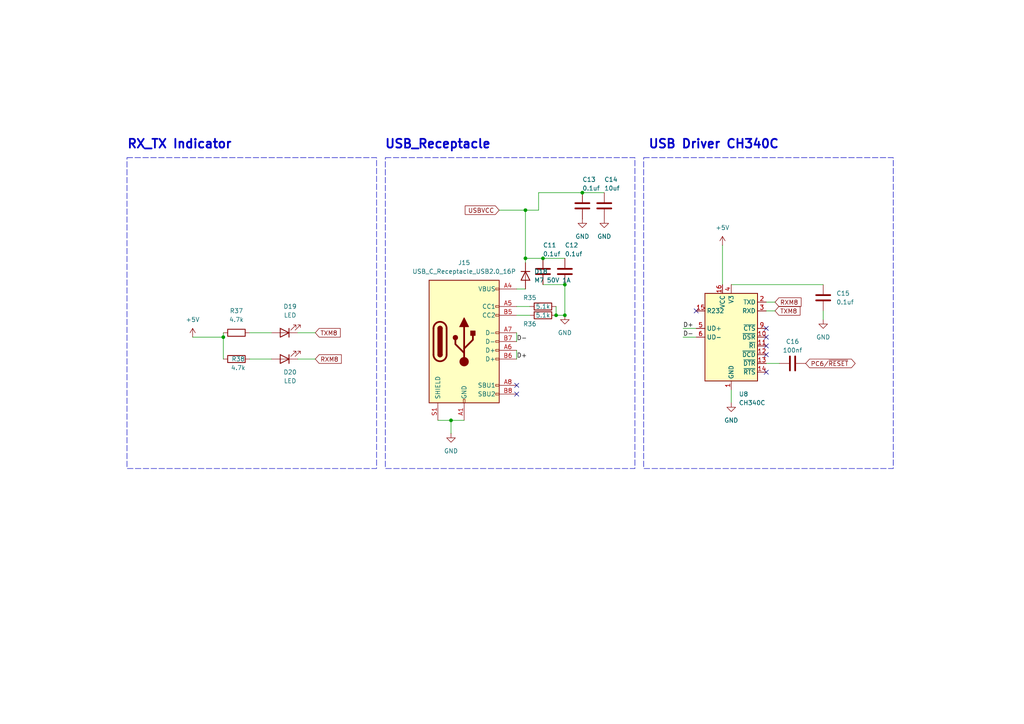
<source format=kicad_sch>
(kicad_sch (version 20231120) (generator "eeschema") (generator_version "8.0")
  (paper "A4")
  (lib_symbols
    (symbol "Connector:USB_C_Receptacle_USB2.0_16P" (pin_names (offset 1.016))
      (property "Reference" "J" (at 0 22.225 0))
      (property "Value" "USB_C_Receptacle_USB2.0_16P" (at 0 19.685 0))
      (symbol "USB_C_Receptacle_USB2.0_16P_0_0"
        (rectangle (start -0.254 -17.78) (end 0.254 -16.764))
        (rectangle (start 10.16 -14.986) (end 9.144 -15.494))
        (rectangle (start 10.16 -12.446) (end 9.144 -12.954))
        (rectangle (start 10.16 -4.826) (end 9.144 -5.334))
        (rectangle (start 10.16 -2.286) (end 9.144 -2.794))
        (rectangle (start 10.16 0.254) (end 9.144 -0.254))
        (rectangle (start 10.16 2.794) (end 9.144 2.286))
        (rectangle (start 10.16 7.874) (end 9.144 7.366))
        (rectangle (start 10.16 10.414) (end 9.144 9.906))
        (rectangle (start 10.16 15.494) (end 9.144 14.986))
      )
      (symbol "USB_C_Receptacle_USB2.0_16P_0_1"
        (rectangle (start -10.16 17.78) (end 10.16 -17.78) (stroke (width 0.254)) (fill (type background)))
        (arc (start -8.89 -3.81) (mid -6.985 -5.7067) (end -5.08 -3.81) (stroke (width 0.508)))
        (arc (start -7.62 -3.81) (mid -6.985 -4.4423) (end -6.35 -3.81) (stroke (width 0.254)))
        (arc (start -7.62 -3.81) (mid -6.985 -4.4423) (end -6.35 -3.81) (stroke (width 0.254)) (fill (type outline)))
        (rectangle (start -7.62 -3.81) (end -6.35 3.81) (stroke (width 0.254)) (fill (type outline)))
        (arc (start -6.35 3.81) (mid -6.985 4.4423) (end -7.62 3.81) (stroke (width 0.254)))
        (arc (start -6.35 3.81) (mid -6.985 4.4423) (end -7.62 3.81) (stroke (width 0.254)) (fill (type outline)))
        (arc (start -5.08 3.81) (mid -6.985 5.7067) (end -8.89 3.81) (stroke (width 0.508)))
        (circle (center -2.54 1.143) (radius 0.635) (stroke (width 0.254)) (fill (type outline)))
        (circle (center 0 -5.842) (radius 1.27) (fill (type outline)))
        (polyline (pts (xy -8.89 -3.81) (xy -8.89 3.81)) (stroke (width 0.508)))
        (polyline (pts (xy -5.08 3.81) (xy -5.08 -3.81)) (stroke (width 0.508)))
        (polyline (pts (xy 0 -5.842) (xy 0 4.318)) (stroke (width 0.508)))
        (polyline (pts (xy 0 -3.302) (xy -2.54 -0.762) (xy -2.54 0.508)) (stroke (width 0.508)))
        (polyline (pts (xy 0 -2.032) (xy 2.54 0.508) (xy 2.54 1.778)) (stroke (width 0.508)))
        (polyline (pts (xy -1.27 4.318) (xy 0 6.858) (xy 1.27 4.318) (xy -1.27 4.318)) (stroke (width 0.254)) (fill (type outline)))
        (rectangle (start 1.905 1.778) (end 3.175 3.048) (stroke (width 0.254)) (fill (type outline)))
      )
      (symbol "USB_C_Receptacle_USB2.0_16P_1_1"
        (pin passive line (at 0 -22.86 90) (length 5.08) (name "GND") (number "A1"))
        (pin passive line (at 0 -22.86 90) (length 5.08) hide (name "GND") (number "A12"))
        (pin passive line (at 15.24 15.24 180) (length 5.08) (name "VBUS") (number "A4"))
        (pin bidirectional line (at 15.24 10.16 180) (length 5.08) (name "CC1") (number "A5"))
        (pin bidirectional line (at 15.24 -2.54 180) (length 5.08) (name "D+") (number "A6"))
        (pin bidirectional line (at 15.24 2.54 180) (length 5.08) (name "D-") (number "A7"))
        (pin bidirectional line (at 15.24 -12.7 180) (length 5.08) (name "SBU1") (number "A8"))
        (pin passive line (at 15.24 15.24 180) (length 5.08) hide (name "VBUS") (number "A9"))
        (pin passive line (at 0 -22.86 90) (length 5.08) hide (name "GND") (number "B1"))
        (pin passive line (at 0 -22.86 90) (length 5.08) hide (name "GND") (number "B12"))
        (pin passive line (at 15.24 15.24 180) (length 5.08) hide (name "VBUS") (number "B4"))
        (pin bidirectional line (at 15.24 7.62 180) (length 5.08) (name "CC2") (number "B5"))
        (pin bidirectional line (at 15.24 -5.08 180) (length 5.08) (name "D+") (number "B6"))
        (pin bidirectional line (at 15.24 0 180) (length 5.08) (name "D-") (number "B7"))
        (pin bidirectional line (at 15.24 -15.24 180) (length 5.08) (name "SBU2") (number "B8"))
        (pin passive line (at 15.24 15.24 180) (length 5.08) hide (name "VBUS") (number "B9"))
        (pin passive line (at -7.62 -22.86 90) (length 5.08) (name "SHIELD") (number "S1"))
      )
    )
    (symbol "Device:C" (pin_numbers hide) (pin_names (offset 0.254))
      (property "Reference" "C" (at 0.635 2.54 0))
      (property "Value" "C" (at 0.635 -2.54 0))
      (symbol "C_0_1"
        (polyline (pts (xy -2.032 -0.762) (xy 2.032 -0.762)) (stroke (width 0.508)))
        (polyline (pts (xy -2.032 0.762) (xy 2.032 0.762)) (stroke (width 0.508)))
      )
      (symbol "C_1_1"
        (pin passive line (at 0 3.81 270) (length 2.794) (name "~") (number "1"))
        (pin passive line (at 0 -3.81 90) (length 2.794) (name "~") (number "2"))
      )
    )
    (symbol "Device:D" (pin_numbers hide) (pin_names (offset 1.016) hide)
      (property "Reference" "D" (at 0 2.54 0))
      (property "Value" "D" (at 0 -2.54 0))
      (symbol "D_0_1"
        (polyline (pts (xy -1.27 1.27) (xy -1.27 -1.27)) (stroke (width 0.254)))
        (polyline (pts (xy 1.27 0) (xy -1.27 0)))
        (polyline (pts (xy 1.27 1.27) (xy 1.27 -1.27) (xy -1.27 0) (xy 1.27 1.27)) (stroke (width 0.254)))
      )
      (symbol "D_1_1"
        (pin passive line (at -3.81 0 0) (length 2.54) (name "K") (number "1"))
        (pin passive line (at 3.81 0 180) (length 2.54) (name "A") (number "2"))
      )
    )
    (symbol "Device:LED" (pin_numbers hide) (pin_names (offset 1.016) hide)
      (property "Reference" "D" (at 0 2.54 0))
      (property "Value" "LED" (at 0 -2.54 0))
      (symbol "LED_0_1"
        (polyline (pts (xy -1.27 -1.27) (xy -1.27 1.27)) (stroke (width 0.254)))
        (polyline (pts (xy -1.27 0) (xy 1.27 0)))
        (polyline (pts (xy 1.27 -1.27) (xy 1.27 1.27) (xy -1.27 0) (xy 1.27 -1.27)) (stroke (width 0.254)))
        (polyline (pts (xy -3.048 -0.762) (xy -4.572 -2.286) (xy -3.81 -2.286) (xy -4.572 -2.286) (xy -4.572 -1.524)))
        (polyline (pts (xy -1.778 -0.762) (xy -3.302 -2.286) (xy -2.54 -2.286) (xy -3.302 -2.286) (xy -3.302 -1.524)))
      )
      (symbol "LED_1_1"
        (pin passive line (at -3.81 0 0) (length 2.54) (name "K") (number "1"))
        (pin passive line (at 3.81 0 180) (length 2.54) (name "A") (number "2"))
      )
    )
    (symbol "Device:R" (pin_numbers hide) (pin_names (offset 0))
      (property "Reference" "R" (at 2.032 0 90))
      (property "Value" "R" (at 0 0 90))
      (symbol "R_0_1"
        (rectangle (start -1.016 -2.54) (end 1.016 2.54) (stroke (width 0.254)))
      )
      (symbol "R_1_1"
        (pin passive line (at 0 3.81 270) (length 1.27) (name "~") (number "1"))
        (pin passive line (at 0 -3.81 90) (length 1.27) (name "~") (number "2"))
      )
    )
    (symbol "Interface_USB:CH340C"
      (property "Reference" "U" (at -5.08 13.97 0))
      (property "Value" "CH340C" (at 1.27 13.97 0))
      (symbol "CH340C_0_1"
        (rectangle (start -7.62 12.7) (end 7.62 -12.7) (stroke (width 0.254)) (fill (type background)))
      )
      (symbol "CH340C_1_1"
        (pin power_in line (at 0 -15.24 90) (length 2.54) (name "GND") (number "1"))
        (pin input line (at 10.16 0 180) (length 2.54) (name "~{DSR}") (number "10"))
        (pin input line (at 10.16 -2.54 180) (length 2.54) (name "~{RI}") (number "11"))
        (pin input line (at 10.16 -5.08 180) (length 2.54) (name "~{DCD}") (number "12"))
        (pin output line (at 10.16 -7.62 180) (length 2.54) (name "~{DTR}") (number "13"))
        (pin output line (at 10.16 -10.16 180) (length 2.54) (name "~{RTS}") (number "14"))
        (pin input line (at -10.16 7.62 0) (length 2.54) (name "R232") (number "15"))
        (pin power_in line (at -2.54 15.24 270) (length 2.54) (name "VCC") (number "16"))
        (pin output line (at 10.16 10.16 180) (length 2.54) (name "TXD") (number "2"))
        (pin input line (at 10.16 7.62 180) (length 2.54) (name "RXD") (number "3"))
        (pin power_out line (at 0 15.24 270) (length 2.54) (name "V3") (number "4"))
        (pin bidirectional line (at -10.16 2.54 0) (length 2.54) (name "UD+") (number "5"))
        (pin bidirectional line (at -10.16 0 0) (length 2.54) (name "UD-") (number "6"))
        (pin no_connect line (at -7.62 -5.08 0) (length 2.54) hide (name "NC") (number "7"))
        (pin no_connect line (at -7.62 -7.62 0) (length 2.54) hide (name "NC") (number "8"))
        (pin input line (at 10.16 2.54 180) (length 2.54) (name "~{CTS}") (number "9"))
      )
    )
    (symbol "power:+5V" (power) (pin_numbers hide) (pin_names (offset 0) hide)
      (property "Value" "+5V" (at 0 3.556 0))
      (symbol "+5V_0_1"
        (polyline (pts (xy -0.762 1.27) (xy 0 2.54)))
        (polyline (pts (xy 0 0) (xy 0 2.54)))
        (polyline (pts (xy 0 2.54) (xy 0.762 1.27)))
      )
      (symbol "+5V_1_1"
        (pin power_in line (at 0 0 90) (length 0) (name "~") (number "1"))
      )
    )
    (symbol "power:GND" (power) (pin_numbers hide) (pin_names (offset 0) hide)
      (property "Value" "GND" (at 0 -3.81 0))
      (symbol "GND_0_1"
        (polyline (pts (xy 0 0) (xy 0 -1.27) (xy 1.27 -1.27) (xy 0 -2.54) (xy -1.27 -1.27) (xy 0 -1.27)))
      )
      (symbol "GND_1_1"
        (pin power_in line (at 0 0 270) (length 0) (name "~") (number "1"))
      )
    )
  )
  (junction (at 161.29 91.44))
  (junction (at 64.77 97.79))
  (junction (at 163.83 91.44))
  (junction (at 163.83 82.55))
  (junction (at 168.91 55.88))
  (junction (at 130.81 121.92))
  (junction (at 152.4 60.96))
  (junction (at 157.48 74.93))
  (junction (at 152.4 74.93))
  (no_connect (at 222.25 107.95))
  (no_connect (at 201.93 90.17))
  (no_connect (at 149.86 111.76))
  (no_connect (at 149.86 114.3))
  (no_connect (at 222.25 102.87))
  (no_connect (at 222.25 95.25))
  (no_connect (at 222.25 97.79))
  (no_connect (at 222.25 100.33))
  (wire (pts (xy 72.39 96.52) (xy 78.74 96.52)))
  (wire (pts (xy 64.77 96.52) (xy 64.77 97.79)))
  (wire (pts (xy 152.4 60.96) (xy 152.4 74.93)))
  (wire (pts (xy 198.12 97.79) (xy 201.93 97.79)))
  (wire (pts (xy 72.39 104.14) (xy 78.74 104.14)))
  (wire (pts (xy 149.86 101.6) (xy 149.86 104.14)))
  (wire (pts (xy 161.29 88.9) (xy 161.29 91.44)))
  (wire (pts (xy 86.36 104.14) (xy 91.44 104.14)))
  (wire (pts (xy 130.81 121.92) (xy 127 121.92)))
  (wire (pts (xy 168.91 55.88) (xy 175.26 55.88)))
  (wire (pts (xy 130.81 125.73) (xy 130.81 121.92)))
  (wire (pts (xy 86.36 96.52) (xy 91.44 96.52)))
  (wire (pts (xy 212.09 82.55) (xy 238.76 82.55)))
  (wire (pts (xy 152.4 83.82) (xy 149.86 83.82)))
  (wire (pts (xy 156.21 55.88) (xy 156.21 60.96)))
  (wire (pts (xy 168.91 55.88) (xy 156.21 55.88)))
  (wire (pts (xy 130.81 121.92) (xy 134.62 121.92)))
  (wire (pts (xy 209.55 71.12) (xy 209.55 82.55)))
  (wire (pts (xy 161.29 91.44) (xy 163.83 91.44)))
  (wire (pts (xy 149.86 96.52) (xy 149.86 99.06)))
  (wire (pts (xy 226.06 105.41) (xy 222.25 105.41)))
  (wire (pts (xy 153.67 91.44) (xy 149.86 91.44)))
  (wire (pts (xy 163.83 82.55) (xy 163.83 91.44)))
  (wire (pts (xy 156.21 60.96) (xy 152.4 60.96)))
  (wire (pts (xy 152.4 74.93) (xy 152.4 76.2)))
  (wire (pts (xy 152.4 74.93) (xy 157.48 74.93)))
  (wire (pts (xy 55.88 97.79) (xy 64.77 97.79)))
  (wire (pts (xy 224.79 90.17) (xy 222.25 90.17)))
  (wire (pts (xy 153.67 88.9) (xy 149.86 88.9)))
  (wire (pts (xy 198.12 95.25) (xy 201.93 95.25)))
  (wire (pts (xy 152.4 60.96) (xy 144.78 60.96)))
  (wire (pts (xy 157.48 82.55) (xy 163.83 82.55)))
  (wire (pts (xy 64.77 97.79) (xy 64.77 104.14)))
  (wire (pts (xy 212.09 116.84) (xy 212.09 113.03)))
  (wire (pts (xy 157.48 74.93) (xy 163.83 74.93)))
  (wire (pts (xy 238.76 92.71) (xy 238.76 90.17)))
  (wire (pts (xy 224.79 87.63) (xy 222.25 87.63)))
  (rectangle (start 111.76 45.72) (end 184.15 135.89) (stroke (width 0) (type dash)))
  (rectangle (start 36.83 45.72) (end 109.22 135.89) (stroke (width 0) (type dash)))
  (rectangle (start 186.69 45.72) (end 259.08 135.89) (stroke (width 0) (type dash)))
  (text "RX_TX Indicator" (at 52.07 41.91 0) (effects (font (size 2.54 2.54) (bold yes))))
  (text "USB_Receptacle" (at 127 41.91 0) (effects (font (size 2.54 2.54) (bold yes))))
  (text "USB Driver CH340C" (at 207.01 41.91 0) (effects (font (size 2.54 2.54) (bold yes))))
  (label "D-" (at 149.86 99.06 0))
  (label "D+" (at 198.12 95.25 0))
  (label "D+" (at 149.86 104.14 0))
  (label "D-" (at 198.12 97.79 0))
  (global_label "TXM8" (shape input) (at 224.79 90.17 0) (property "Intersheetrefs" "${INTERSHEET_REFS}" (effects (hide yes))))
  (global_label "RXM8" (shape input) (at 224.79 87.63 0) (property "Intersheetrefs" "${INTERSHEET_REFS}" (effects (hide yes))))
  (global_label "USBVCC" (shape input) (at 144.78 60.96 180) (property "Intersheetrefs" "${INTERSHEET_REFS}" (effects (hide yes))))
  (global_label "RXM8" (shape input) (at 91.44 104.14 0) (property "Intersheetrefs" "${INTERSHEET_REFS}" (effects (hide yes))))
  (global_label "TXM8" (shape input) (at 91.44 96.52 0) (property "Intersheetrefs" "${INTERSHEET_REFS}" (effects (hide yes))))
  (global_label "PC6/~{RESET}" (shape bidirectional) (at 233.68 105.41 0) (property "Intersheetrefs" "${INTERSHEET_REFS}" (effects (hide yes))))
  (symbol (lib_id "Device:D") (at 152.4 80.01 270) (unit 1)
    (property "Reference" "D18" (at 154.94 78.7399 90) (effects (justify left)))
    (property "Value" "M7 50V 1A" (at 154.94 81.2799 90) (effects (justify left)))
    (property "Footprint" "Diode_SMD:D_SMA" (effects (hide yes)))
    (property "Description" "Diode" (effects (hide yes)))
    (property "Sim.Device" "D" (effects (hide yes)))
    (property "Sim.Pins" "1=K 2=A" (effects (hide yes)))
    (instances (project "Arduino_Uno_smd" (path "" (reference "D18") (unit 1))) (project "Arduino_Uno_smd" (path "" (reference "D?") (unit 1))))
  )
  (symbol (lib_id "Device:C") (at 175.26 59.69 0) (unit 1)
    (property "Reference" "C14" (at 175.26 52.07 0) (effects (justify left)))
    (property "Value" "10uf" (at 175.26 54.61 0) (effects (justify left)))
    (property "Footprint" "Capacitor_SMD:C_0805_2012Metric_Pad1.18x1.45mm_HandSolder" (effects (hide yes)))
    (property "Description" "Unpolarized capacitor" (effects (hide yes)))
    (instances (project "Arduino_Uno_smd" (path "" (reference "C14") (unit 1))) (project "Arduino_Uno_smd" (path "" (reference "C?") (unit 1))))
  )
  (symbol (lib_id "Device:R") (at 157.48 88.9 270) (unit 1)
    (property "Reference" "R35" (at 153.67 86.36 90))
    (property "Value" "5.1k" (at 157.48 88.9 90))
    (property "Footprint" "Resistor_SMD:R_0805_2012Metric_Pad1.20x1.40mm_HandSolder" (effects (hide yes)))
    (property "Description" "Resistor" (effects (hide yes)))
  )
  (symbol (lib_id "Device:R") (at 68.58 104.14 90) (unit 1)
    (property "Reference" "R38" (at 69.088 104.14 90))
    (property "Value" "4.7k" (at 69.088 106.68 90))
    (property "Footprint" "Resistor_SMD:R_0805_2012Metric_Pad1.20x1.40mm_HandSolder" (effects (hide yes)))
    (property "Description" "Resistor" (effects (hide yes)))
  )
  (symbol (lib_id "Connector:USB_C_Receptacle_USB2.0_16P") (at 134.62 99.06 0) (unit 1)
    (property "Reference" "J15" (at 134.62 76.2 0))
    (property "Value" "USB_C_Receptacle_USB2.0_16P" (at 134.62 78.74 0))
    (property "Footprint" "Connector_USB:USB_C_Receptacle_HRO_TYPE-C-31-M-12" (effects (hide yes)))
    (property "Datasheet" "https://www.usb.org/sites/default/files/documents/usb_type-c.zip" (effects (hide yes)))
    (property "Description" "USB 2.0-only 16P Type-C Receptacle connector" (effects (hide yes)))
  )
  (symbol (lib_id "power:+5V") (at 55.88 97.79 0) (unit 1)
    (property "Reference" "#PWR058" (effects (hide yes)))
    (property "Value" "+5V" (at 55.88 92.71 0))
    (property "Description" "Power symbol creates a global label with name \"+5V\"" (effects (hide yes)))
  )
  (symbol (lib_id "Interface_USB:CH340C") (at 212.09 97.79 0) (unit 1)
    (property "Reference" "U8" (at 214.2841 114.3 0) (effects (justify left)))
    (property "Value" "CH340C" (at 214.2841 116.84 0) (effects (justify left)))
    (property "Footprint" "Package_SO:SOIC-16_3.9x9.9mm_P1.27mm" (effects (hide yes)))
    (property "Datasheet" "https://datasheet.lcsc.com/szlcsc/Jiangsu-Qin-Heng-CH340C_C84681.pdf" (effects (hide yes)))
    (property "Description" "USB serial converter, crystal-less, UART, SOIC-16" (effects (hide yes)))
  )
  (symbol (lib_id "Device:C") (at 229.87 105.41 90) (unit 1)
    (property "Reference" "C16" (at 229.87 99.06 90))
    (property "Value" "100nf" (at 229.87 101.6 90))
    (property "Footprint" "Capacitor_SMD:C_0805_2012Metric_Pad1.18x1.45mm_HandSolder" (effects (hide yes)))
    (property "Description" "Unpolarized capacitor" (effects (hide yes)))
  )
  (symbol (lib_id "Device:C") (at 157.48 78.74 0) (unit 1)
    (property "Reference" "C11" (at 157.48 71.12 0) (effects (justify left)))
    (property "Value" "0.1uf" (at 157.48 73.66 0) (effects (justify left)))
    (property "Footprint" "Capacitor_SMD:C_0805_2012Metric_Pad1.18x1.45mm_HandSolder" (effects (hide yes)))
    (property "Description" "Unpolarized capacitor" (effects (hide yes)))
  )
  (symbol (lib_id "Device:R") (at 157.48 91.44 270) (unit 1)
    (property "Reference" "R36" (at 153.67 93.98 90))
    (property "Value" "5.1k" (at 157.48 91.44 90))
    (property "Footprint" "Resistor_SMD:R_0805_2012Metric_Pad1.20x1.40mm_HandSolder" (effects (hide yes)))
    (property "Description" "Resistor" (effects (hide yes)))
  )
  (symbol (lib_id "Device:C") (at 238.76 86.36 180) (unit 1)
    (property "Reference" "C15" (at 242.57 85.0899 0) (effects (justify right)))
    (property "Value" "0.1uf" (at 242.57 87.6299 0) (effects (justify right)))
    (property "Footprint" "Capacitor_SMD:C_0805_2012Metric_Pad1.18x1.45mm_HandSolder" (effects (hide yes)))
    (property "Description" "Unpolarized capacitor" (effects (hide yes)))
  )
  (symbol (lib_id "power:GND") (at 163.83 91.44 0) (unit 1)
    (property "Reference" "#PWR052" (effects (hide yes)))
    (property "Value" "GND" (at 163.83 96.52 0))
    (property "Description" "Power symbol creates a global label with name \"GND\" , ground" (effects (hide yes)))
  )
  (symbol (lib_id "power:GND") (at 175.26 63.5 0) (unit 1)
    (property "Reference" "#PWR054" (effects (hide yes)))
    (property "Value" "GND" (at 175.26 68.58 0))
    (property "Description" "Power symbol creates a global label with name \"GND\" , ground" (effects (hide yes)))
    (instances (project "Arduino_Uno_smd" (path "" (reference "#PWR054") (unit 1))) (project "Arduino_Uno_smd" (path "" (reference "#PWR06") (unit 1))))
  )
  (symbol (lib_id "power:GND") (at 238.76 92.71 0) (unit 1)
    (property "Reference" "#PWR057" (effects (hide yes)))
    (property "Value" "GND" (at 238.76 97.79 0))
    (property "Description" "Power symbol creates a global label with name \"GND\" , ground" (effects (hide yes)))
  )
  (symbol (lib_id "Device:C") (at 163.83 78.74 0) (unit 1)
    (property "Reference" "C12" (at 163.83 71.12 0) (effects (justify left)))
    (property "Value" "0.1uf" (at 163.83 73.66 0) (effects (justify left)))
    (property "Footprint" "Capacitor_SMD:C_0805_2012Metric_Pad1.18x1.45mm_HandSolder" (effects (hide yes)))
    (property "Description" "Unpolarized capacitor" (effects (hide yes)))
  )
  (symbol (lib_id "power:GND") (at 212.09 116.84 0) (unit 1)
    (property "Reference" "#PWR056" (effects (hide yes)))
    (property "Value" "GND" (at 212.09 121.92 0))
    (property "Description" "Power symbol creates a global label with name \"GND\" , ground" (effects (hide yes)))
  )
  (symbol (lib_id "Device:C") (at 168.91 59.69 0) (unit 1)
    (property "Reference" "C13" (at 168.91 52.07 0) (effects (justify left)))
    (property "Value" "0.1uf" (at 168.91 54.61 0) (effects (justify left)))
    (property "Footprint" "Capacitor_SMD:C_0805_2012Metric_Pad1.18x1.45mm_HandSolder" (effects (hide yes)))
    (property "Description" "Unpolarized capacitor" (effects (hide yes)))
    (instances (project "Arduino_Uno_smd" (path "" (reference "C13") (unit 1))) (project "Arduino_Uno_smd" (path "" (reference "C?") (unit 1))))
  )
  (symbol (lib_id "power:+5V") (at 209.55 71.12 0) (unit 1)
    (property "Reference" "#PWR055" (effects (hide yes)))
    (property "Value" "+5V" (at 209.55 66.04 0))
    (property "Description" "Power symbol creates a global label with name \"+5V\"" (effects (hide yes)))
  )
  (symbol (lib_id "Device:LED") (at 82.55 96.52 180) (unit 1)
    (property "Reference" "D19" (at 84.1375 88.9 0))
    (property "Value" "LED" (at 84.1375 91.44 0))
    (property "Footprint" "LED_SMD:LED_0805_2012Metric_Pad1.15x1.40mm_HandSolder" (effects (hide yes)))
    (property "Description" "Light emitting diode" (effects (hide yes)))
  )
  (symbol (lib_id "Device:LED") (at 82.55 104.14 180) (unit 1)
    (property "Reference" "D20" (at 84.1375 107.95 0))
    (property "Value" "LED" (at 84.1375 110.49 0))
    (property "Footprint" "LED_SMD:LED_0805_2012Metric_Pad1.15x1.40mm_HandSolder" (effects (hide yes)))
    (property "Description" "Light emitting diode" (effects (hide yes)))
  )
  (symbol (lib_id "power:GND") (at 168.91 63.5 0) (unit 1)
    (property "Reference" "#PWR053" (effects (hide yes)))
    (property "Value" "GND" (at 168.91 68.58 0))
    (property "Description" "Power symbol creates a global label with name \"GND\" , ground" (effects (hide yes)))
    (instances (project "Arduino_Uno_smd" (path "" (reference "#PWR053") (unit 1))) (project "Arduino_Uno_smd" (path "" (reference "#PWR05") (unit 1))))
  )
  (symbol (lib_id "power:GND") (at 130.81 125.73 0) (unit 1)
    (property "Reference" "#PWR051" (effects (hide yes)))
    (property "Value" "GND" (at 130.81 130.81 0))
    (property "Description" "Power symbol creates a global label with name \"GND\" , ground" (effects (hide yes)))
  )
  (symbol (lib_id "Device:R") (at 68.58 96.52 90) (unit 1)
    (property "Reference" "R37" (at 68.58 90.17 90))
    (property "Value" "4.7k" (at 68.58 92.71 90))
    (property "Footprint" "Resistor_SMD:R_0805_2012Metric_Pad1.20x1.40mm_HandSolder" (effects (hide yes)))
    (property "Description" "Resistor" (effects (hide yes)))
  )
)
</source>
